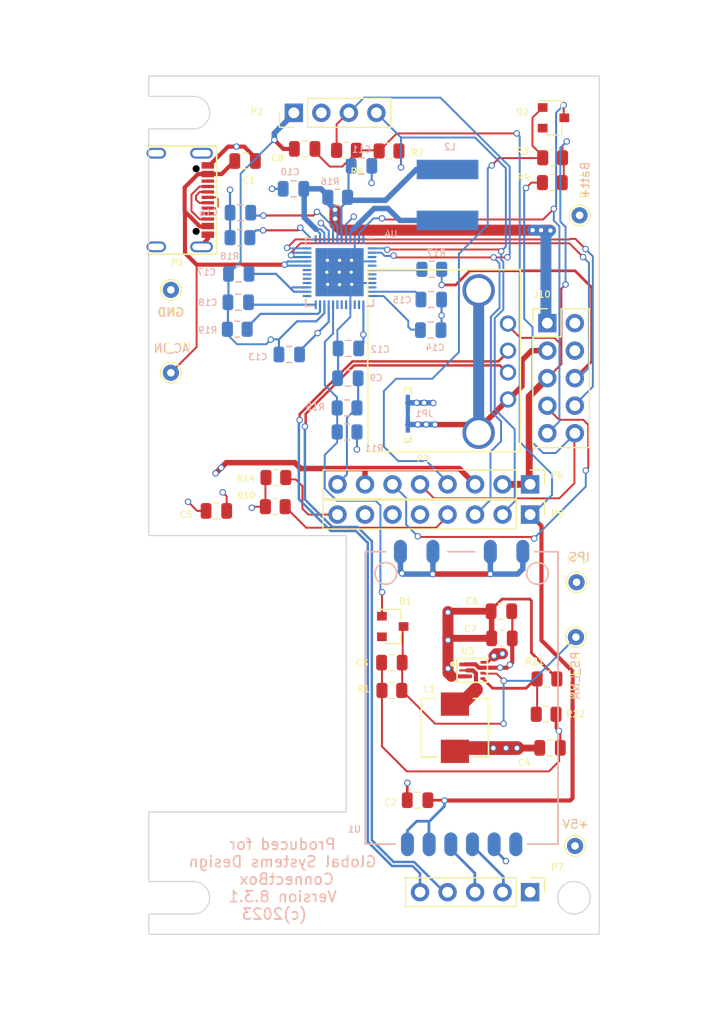
<source format=kicad_pcb>
(kicad_pcb (version 20211014) (generator pcbnew)
  (title_block (title "ConnectBox HAT-A") (date "2023-06-08") (rev "8.3.1") (company "ConnectBox") (comment 1 "JRA"))
  (layers (0 "F.Cu" signal) (1 "In1.Cu" signal) (2 "In2.Cu" signal) (31 "B.Cu" signal) (34 "B.Paste" user) (35 "F.Paste" user) (36 "B.SilkS" user "B.Silkscreen") (37 "F.SilkS" user "F.Silkscreen") (38 "B.Mask" user) (39 "F.Mask" user) (44 "Edge.Cuts" user))
  (net 0 "")
  (net 1 "/Power control/AC_IN")
  (net 2 "GND")
  (net 3 "/3v3")
  (net 4 "/A_GND")
  (net 5 "Net-(C3-Pad1)")
  (net 6 "/U2_SW")
  (net 7 "/5V_OUT")
  (net 8 "Net-(C9-Pad2)")
  (net 9 "/Power control/BATT+")
  (net 10 "Net-(C11-Pad1)")
  (net 11 "/BBD_IPS_OUT")
  (net 12 "Net-(C14-Pad2)")
  (net 13 "Net-(C15-Pad2)")
  (net 14 "Net-(C16-Pad2)")
  (net 15 "Net-(C17-Pad2)")
  (net 16 "Net-(C18-Pad2)")
  (net 17 "/Power control/EXT_EN")
  (net 18 "Net-(D2-Pad2)")
  (net 19 "/5V_FB")
  (net 20 "Net-(L2-Pad2)")
  (net 21 "/BBD_PB1")
  (net 22 "/BBD_PB2")
  (net 23 "/BBD_PA6")
  (net 24 "/BBD_CHG_LED")
  (net 25 "Net-(P1-PadA5)")
  (net 26 "Net-(P1-PadA6)")
  (net 27 "Net-(P1-PadA7)")
  (net 30 "/SCL")
  (net 31 "/SDA")
  (net 32 "/USB2_D-")
  (net 33 "/USB2_D+")
  (net 34 "/PA3")
  (net 35 "/PG11")
  (net 38 "Net-(P7-Pad2)")
  (net 39 "Net-(P7-Pad3)")
  (net 40 "Net-(R17-Pad1)")
  (net 41 "Net-(R18-Pad1)")
  (net 42 "Net-(R19-Pad2)")
  (footprint "Resistor_SMD:R_0805_2012Metric" (layer "F.Cu") (at 222.44 156.7 180)
    (fp_text reference "R1")
    (fp_text value "220K")
  )
  (footprint "TestPoint:TestPoint_THTPad_D1.5mm_Drill0.7mm" (layer "F.Cu") (at 239.43 151.78)
    (fp_text reference "TP3" hide)
    (fp_text value "Ext_En")
  )
  (footprint "Diode_SMD:D_SOT-23_ANK" (layer "F.Cu") (at 222.52 150.8)
    (fp_text reference "D1")
    (fp_text value "MMBD914")
  )
  (footprint "Capacitor_SMD:C_0805_2012Metric" (layer "F.Cu") (at 237.04 162)
    (fp_text reference "C4")
    (fp_text value "10uf")
  )
  (footprint "Capacitor_SMD:C_0805_2012Metric" (layer "F.Cu") (at 208.89 107.84)
    (fp_text reference "C1")
    (fp_text value "22uF")
  )
  (footprint "Resistor_SMD:R_0805_2012Metric" (layer "F.Cu") (at 222.18 106.91 180)
    (fp_text reference "R7")
    (fp_text value "2.2K")
  )
  (footprint "TestPoint:TestPoint_THTPad_D1.5mm_Drill0.7mm" (layer "F.Cu") (at 202.04 127.38)
    (fp_text reference "TP5" hide)
    (fp_text value "AC_IN")
  )
  (footprint "CustomComponents:USB_A" (layer "F.Cu") (at 233.16 122.845 -90)
    (fp_text reference "P3")
    (fp_text value "USB_A_1")
  )
  (footprint "Resistor_SMD:R_0805_2012Metric" (layer "F.Cu") (at 237.25 109.83)
    (fp_text reference "R4")
    (fp_text value "10K")
  )
  (footprint "Connector_PinHeader_2.54mm:PinHeader_1x08_P2.54mm_Vertical" (layer "F.Cu") (at 235.2 137.68 -90)
    (fp_text reference "P6")
    (fp_text value "Conn_01x08")
  )
  (footprint "TestPoint:TestPoint_THTPad_D1.5mm_Drill0.7mm" (layer "F.Cu") (at 239.49 146.72)
    (fp_text reference "TP2" hide)
    (fp_text value "IPS")
  )
  (footprint "Resistor_SMD:R_0805_2012Metric" (layer "F.Cu") (at 211.68 139.74 180)
    (fp_text reference "R10")
    (fp_text value "2.2K")
  )
  (footprint "Capacitor_SMD:C_0805_2012Metric" (layer "F.Cu") (at 232.6 151.89)
    (fp_text reference "C7")
    (fp_text value "22uF")
  )
  (footprint "TestPoint:TestPoint_THTPad_D1.5mm_Drill0.7mm" (layer "F.Cu") (at 239.35 171.05)
    (fp_text reference "TP4" hide)
    (fp_text value "5V")
  )
  (footprint "Connector_PinHeader_2.54mm:PinHeader_1x05_P2.54mm_Vertical" (layer "F.Cu") (at 235.2 175.32 -90)
    (fp_text reference "P7")
    (fp_text value "Conn_01x05")
  )
  (footprint "CustomComponents:TPS61022" (layer "F.Cu") (at 229.86 154.85)
    (fp_text reference "U3")
    (fp_text value "TPS61022")
  )
  (footprint "Resistor_SMD:R_0805_2012Metric" (layer "F.Cu") (at 236.76 155.64 180)
    (fp_text reference "R21")
    (fp_text value "732K")
  )
  (footprint "Connector_PinHeader_2.54mm:PinHeader_1x08_P2.54mm_Vertical" (layer "F.Cu") (at 235.2 140.47 -90)
    (fp_text reference "P5")
    (fp_text value "Conn_01x08")
  )
  (footprint "Capacitor_SMD:C_0805_2012Metric" (layer "F.Cu") (at 206.24 140.13 180)
    (fp_text reference "C5")
    (fp_text value "22uF")
  )
  (footprint "Capacitor_SMD:C_0805_2012Metric" (layer "F.Cu") (at 232.55 149.39)
    (fp_text reference "C6")
    (fp_text value "22uF")
  )
  (footprint "Diode_SMD:D_SOT-23_ANK" (layer "F.Cu") (at 237.36 103.85)
    (fp_text reference "D2")
    (fp_text value "MMBD914")
  )
  (footprint "Connector_PinHeader_2.54mm:PinHeader_2x05_P2.54mm_Vertical" (layer "F.Cu") (at 236.79 122.8)
    (fp_text reference "J10")
    (fp_text value "Conn_01x10_Female")
  )
  (footprint "Connector_PinHeader_2.54mm:PinHeader_1x04_P2.54mm_Vertical" (layer "F.Cu") (at 213.39 103.39 90)
    (fp_text reference "P2")
    (fp_text value "Conn_01x04")
  )
  (footprint "Resistor_SMD:R_0805_2012Metric" (layer "F.Cu") (at 236.68 158.9)
    (fp_text reference "R22")
    (fp_text value "100K")
  )
  (footprint "TestPoint:TestPoint_THTPad_D1.5mm_Drill0.7mm" (layer "F.Cu") (at 202.04 119.73)
    (fp_text reference "TP1" hide)
    (fp_text value "Gnd")
  )
  (footprint "TestPoint:TestPoint_THTPad_D1.5mm_Drill0.7mm" (layer "F.Cu") (at 239.77 112.85)
    (fp_text reference "TP6" hide)
    (fp_text value "Bat+")
  )
  (footprint "Capacitor_SMD:C_0805_2012Metric" (layer "F.Cu") (at 214.39 106.72 180)
    (fp_text reference "C8")
    (fp_text value "1uF")
  )
  (footprint "CustomComponents:INDUCTOR_SMD_5x5" (layer "F.Cu") (at 228.26 160.14 180)
    (fp_text reference "L1")
    (fp_text value "1.0 uH")
  )
  (footprint "Resistor_SMD:R_0805_2012Metric" (layer "F.Cu") (at 211.73 137.05 180)
    (fp_text reference "R14")
    (fp_text value "2.2K")
  )
  (footprint "Resistor_SMD:R_0805_2012Metric" (layer "F.Cu") (at 237.28 107.54)
    (fp_text reference "R3")
    (fp_text value "10K")
  )
  (footprint "CustomComponents:USB-C-GCT" (layer "F.Cu") (at 204.8725 111.44 -90)
    (fp_text reference "P1")
    (fp_text value "USB-C")
  )
  (footprint "Capacitor_SMD:C_0805_2012Metric" (layer "F.Cu") (at 224.81 166.83 180)
    (fp_text reference "C2")
    (fp_text value "22uF")
  )
  (footprint "Capacitor_SMD:C_0805_2012Metric" (layer "F.Cu") (at 222.44 154.13 180)
    (fp_text reference "C3")
    (fp_text value "22uF")
  )
  (footprint "Resistor_SMD:R_0805_2012Metric" (layer "F.Cu") (at 218.25 106.85)
    (fp_text reference "R8")
    (fp_text value "2.2K")
  )
  (footprint "CustomComponents:UQFN-48-1EP_6x6mm_Pitch0.4mm_75" (layer "B.Cu") (at 217.61 118.1 180)
    (fp_text reference "U4")
    (fp_text value "AXP209")
  )
  (footprint "Capacitor_SMD:C_0805_2012Metric" (layer "B.Cu") (at 208.25625 120.87375)
    (fp_text reference "C18")
    (fp_text value "1uF")
  )
  (footprint "CustomComponents:NetConnect-50" (layer "B.Cu") (at 223.91625 130.65375 90)
    (fp_text reference "JP1")
    (fp_text value "Jumper")
  )
  (footprint "Capacitor_SMD:C_0805_2012Metric" (layer "B.Cu") (at 212.96625 125.69375)
    (fp_text reference "C13")
    (fp_text value "10uF")
  )
  (footprint "Resistor_SMD:R_0805_2012Metric" (layer "B.Cu") (at 218.30625 132.84375 180)
    (fp_text reference "R11")
    (fp_text value "51K")
  )
  (footprint "Resistor_SMD:R_0805_2012Metric" (layer "B.Cu") (at 217.43625 111.18375)
    (fp_text reference "R16")
    (fp_text value "0.03 ohm")
  )
  (footprint "Capacitor_SMD:C_0805_2012Metric" (layer "B.Cu") (at 208.45625 112.60375)
    (fp_text reference "C16")
    (fp_text value "4.7uF")
  )
  (footprint "Capacitor_SMD:C_0805_2012Metric" (layer "B.Cu") (at 218.37625 127.88375)
    (fp_text reference "C9")
    (fp_text value "10uF")
  )
  (footprint "Capacitor_SMD:C_0805_2012Metric" (layer "B.Cu") (at 219.63625 108.28375)
    (fp_text reference "C11")
    (fp_text value "10uF")
  )
  (footprint "Resistor_SMD:R_0805_2012Metric" (layer "B.Cu") (at 218.30375 130.62375)
    (fp_text reference "R15")
    (fp_text value "1K")
  )
  (footprint "Capacitor_SMD:C_0805_2012Metric" (layer "B.Cu") (at 226.02625 123.44375 180)
    (fp_text reference "C14")
    (fp_text value "4.7uF")
  )
  (footprint "Capacitor_SMD:C_0805_2012Metric" (layer "B.Cu") (at 226.07625 120.62375 180)
    (fp_text reference "C15")
    (fp_text value "4.7uF")
  )
  (footprint "Resistor_SMD:R_0805_2012Metric" (layer "B.Cu") (at 208.41625 114.91375 180)
    (fp_text reference "R18")
    (fp_text value "100")
  )
  (footprint "Resistor_SMD:R_0805_2012Metric" (layer "B.Cu") (at 226.12625 117.83375)
    (fp_text reference "R17")
    (fp_text value "10K")
  )
  (footprint "CustomComponents:INDUCTOR_SMD_6x6-1" (layer "B.Cu") (at 227.58 110.97 180)
    (fp_text reference "L2")
    (fp_text value "4.7 uH")
  )
  (footprint "Capacitor_SMD:C_0805_2012Metric" (layer "B.Cu") (at 208.30625 118.25375)
    (fp_text reference "C17")
    (fp_text value "1uF")
  )
  (footprint "Capacitor_SMD:C_0805_2012Metric" (layer "B.Cu") (at 218.42625 125.13375 180)
    (fp_text reference "C12")
    (fp_text value "10uF")
  )
  (footprint "Resistor_SMD:R_0805_2012Metric" (layer "B.Cu") (at 208.16625 123.36375)
    (fp_text reference "R19")
    (fp_text value "200K")
  )
  (footprint "Capacitor_SMD:C_0805_2012Metric" (layer "B.Cu") (at 213.35625 110.40375 180)
    (fp_text reference "C10")
    (fp_text value "10uF")
  )
  (footprint "CustomComponents:HC-R8812AU2-th-2" (layer "B.Cu") (at 228.88001 157.39999 180)
    (fp_text reference "U1")
    (fp_text value "HC-R8812AF1")
  )
  (gr_line locked (start 200 179.2) (end 200 177.34) (layer "Edge.Cuts") (width 0.1))
  (gr_arc locked (start 204.12 101.87) (mid 205.619691 103.365067) (end 204.129868 104.869968) (layer "Edge.Cuts") (width 0.1))
  (gr_line locked (start 218.22 142.41) (end 218.22 167.91) (layer "Edge.Cuts") (width 0.1))
  (gr_circle (center 239.25 175.83) (end 240.75 175.83) (layer "Edge.Cuts") (width 0.1) (fill none))
  (gr_line locked (start 200 142.41) (end 218.22 142.41) (layer "Edge.Cuts") (width 0.1))
  (gr_arc locked (start 204.11 174.33) (mid 205.620263 175.824999) (end 204.12 177.330033) (layer "Edge.Cuts") (width 0.1))
  (gr_line locked (start 204.12 174.33) (end 200 174.33) (layer "Edge.Cuts") (width 0.1))
  (gr_line locked (start 204.13 101.87) (end 200 101.87) (layer "Edge.Cuts") (width 0.1))
  (gr_line locked (start 204.129868 104.869968) (end 200 104.87) (layer "Edge.Cuts") (width 0.1))
  (gr_line (start 241.58 100) (end 241.58 179.2) (layer "Edge.Cuts") (width 0.1))
  (gr_line locked (start 241.58 100) (end 200 100) (layer "Edge.Cuts") (width 0.1))
  (gr_line locked (start 204.12 177.330033) (end 200 177.34) (layer "Edge.Cuts") (width 0.1))
  (gr_line locked (start 200 179.2) (end 241.58 179.2) (layer "Edge.Cuts") (width 0.1))
  (gr_line locked (start 218.22 167.91) (end 200 167.91) (layer "Edge.Cuts") (width 0.1))
  (gr_line locked (start 200 104.87) (end 200 142.41) (layer "Edge.Cuts") (width 0.1))
  (gr_line locked (start 200 167.91) (end 200 174.33) (layer "Edge.Cuts") (width 0.1))
  (gr_line locked (start 200 100) (end 200 101.87) (layer "Edge.Cuts") (width 0.1))
  (gr_text "IPS" (at 239.75 144.39) (layer "B.SilkS") (effects (font (size 0.8 0.8) (thickness 0.1)) (justify mirror)))
  (gr_text "Produced for\nGlobal Systems Design\nConnectBox \nVersion 8.3.1\n  (c)2023\n" (at 212.35 174.12) (layer "B.SilkS") (effects (font (size 1 1)) (justify mirror)))
  (gr_text "AC_IN" (at 202.1 125.13) (layer "B.SilkS") (effects (font (size 0.8 0.8) (thickness 0.1)) (justify mirror)))
  (gr_text "Batt+" (at 240.27 109.61 90) (layer "B.SilkS") (effects (font (size 0.8 0.8) (thickness 0.1)) (justify mirror)))
  (gr_text "PS_ENA" (at 239.39 155.3 90) (layer "B.SilkS") (effects (font (size 0.8 0.8) (thickness 0.1)) (justify mirror)))
  (gr_text "GND" (at 202.01 121.81) (layer "B.SilkS") (effects (font (size 0.8 0.8) (thickness 0.1)) (justify mirror)))
  (gr_text "+5V" (at 239.42 169.05) (layer "B.SilkS") (effects (font (size 0.8 0.8) (thickness 0.1)) (justify mirror)))
  (gr_text "Batt+" (at 240.23 109.61 90) (layer "F.SilkS") (effects (font (size 0.8 0.8) (thickness 0.1))))
  (gr_text "GND" (at 202.14 121.81) (layer "F.SilkS") (effects (font (size 0.8 0.8) (thickness 0.1))))
  (gr_text "IPS" (at 239.55 144.59) (layer "F.SilkS") (effects (font (size 0.8 0.8) (thickness 0.1))))
  (gr_text "+5V" (at 239.22 169.05) (layer "F.SilkS") (effects (font (size 0.8 0.8) (thickness 0.1))))
  (gr_text "AC_IN" (at 202.28 125.02) (layer "F.SilkS") (effects (font (size 0.8 0.8) (thickness 0.1))))
  (gr_text "PS_ENA" (at 239.32 155.38 90) (layer "F.SilkS") (effects (font (size 0.8 0.8) (thickness 0.1))))
  (segment (start 204.41375 125.00625) (end 204.41375 117.40375) (width 0.1778) (layer "F.Cu") (net 1))
  (segment (start 205.4475 109.04) (end 206.72 109.04) (width 0.381) (layer "F.Cu") (net 1))
  (segment (start 206.72 109.04) (end 207.94 107.82) (width 0.381) (layer "F.Cu") (net 1))
  (segment (start 204.41375 117.40375) (end 203.34 116.33) (width 0.381) (layer "F.Cu") (net 1))
  (segment (start 203.31 112.47) (end 204.72 113.88) (width 0.381) (layer "F.Cu") (net 1))
  (segment (start 203.34 116.33) (end 203.34 112.5) (width 0.381) (layer "F.Cu") (net 1))
  (segment (start 204.55 109.04) (end 203.31 110.28) (width 0.381) (layer "F.Cu") (net 1))
  (segment (start 202.04 127.38) (end 204.41375 125.00625) (width 0.1778) (layer "F.Cu") (net 1))
  (segment (start 205.4475 109.04) (end 204.55 109.04) (width 0.381) (layer "F.Cu") (net 1))
  (segment (start 204.72 113.88) (end 205.34 113.88) (width 0.381) (layer "F.Cu") (net 1))
  (segment (start 212.52625 117.40375) (end 204.41375 117.40375) (width 0.381) (layer "F.Cu") (net 1))
  (segment (start 203.31 110.28) (end 203.31 112.47) (width 0.381) (layer "F.Cu") (net 1))
  (via (at 212.52625 117.40375) (size 0.6) (drill 0.4) (layers "F.Cu" "B.Cu") (net 1))
  (segment (start 212.6225 117.5) (end 214.61 117.5) (width 0.2) (layer "B.Cu") (net 1))
  (segment (start 212.886058 117.1) (end 212.897119 117.111061) (width 0.2) (layer "B.Cu") (net 1))
  (segment (start 212.83 117.1) (end 212.886058 117.1) (width 0.2) (layer "B.Cu") (net 1))
  (segment (start 214.598939 117.111061) (end 214.61 117.1) (width 0.2) (layer "B.Cu") (net 1))
  (segment (start 212.52625 117.40375) (end 212.83 117.1) (width 0.2) (layer "B.Cu") (net 1))
  (segment (start 212.52625 117.40375) (end 212.6225 117.5) (width 0.2) (layer "B.Cu") (net 1))
  (segment (start 212.897119 117.111061) (end 214.598939 117.111061) (width 0.2) (layer "B.Cu") (net 1))
  (segment (start 237.5925 160.1725) (end 237.825 160.405) (width 0.254) (layer "F.Cu") (net 2))
  (segment (start 205.4475 115.0225) (end 204.83 115.64) (width 0.381) (layer "F.Cu") (net 2))
  (segment (start 228.66 136.22) (end 214.02 136.22) (width 0.508) (layer "F.Cu") (net 2))
  (segment (start 205.59 108.24) (end 207.32 106.51) (width 0.381) (layer "F.Cu") (net 2))
  (segment (start 205.4475 114.64) (end 205.4475 115.0225) (width 0.381) (layer "F.Cu") (net 2))
  (segment (start 237.825 160.405) (end 237.86 160.44) (width 0.254) (layer "F.Cu") (net 2))
  (segment (start 221.5275 161.8775) (end 223.82 164.17) (width 0.1778) (layer "F.Cu") (net 2))
  (segment (start 233.33 154.34) (end 233.55 154.12) (width 0.381) (layer "F.Cu") (net 2))
  (segment (start 208.81 106.51) (end 209.98 107.68) (width 0.381) (layer "F.Cu") (net 2))
  (segment (start 208.1 106.51) (end 208.81 106.51) (width 0.381) (layer "F.Cu") (net 2))
  (segment (start 230.16019 154.291678) (end 230.475683 154.607171) (width 0.381) (layer "F.Cu") (net 2))
  (segment (start 207.15 135.68) (end 206.685 136.145) (width 0.508) (layer "F.Cu") (net 2))
  (segment (start 214.02 136.22) (end 213.48 135.68) (width 0.508) (layer "F.Cu") (net 2))
  (segment (start 236.94 164.17) (end 237.88 163.23) (width 0.1778) (layer "F.Cu") (net 2))
  (segment (start 230.475683 154.607171) (end 230.809998 154.607171) (width 0.381) (layer "F.Cu") (net 2))
  (segment (start 213.48 135.68) (end 207.15 135.68) (width 0.508) (layer "F.Cu") (net 2))
  (segment (start 230.835 154.6) (end 232.44 154.6) (width 0.381) (layer "F.Cu") (net 2))
  (segment (start 237.99 160.57) (end 237.99 162) (width 0.2) (layer "F.Cu") (net 2))
  (segment (start 233.55 154.12) (end 233.55 151.89) (width 0.381) (layer "F.Cu") (net 2))
  (segment (start 206.685 136.145) (end 206.17 136.66) (width 0.508) (layer "F.Cu") (net 2))
  (segment (start 221.5275 156.7) (end 221.5275 154.0925) (width 0.1778) (layer "F.Cu") (net 2))
  (segment (start 221.5275 156.7) (end 221.5275 161.8775) (width 0.1778) (layer "F.Cu") (net 2))
  (segment (start 237.86 160.44) (end 237.98 160.56) (width 0.254) (layer "F.Cu") (net 2))
  (segment (start 233.33 154.34) (end 233.07 154.6) (width 0.381) (layer "F.Cu") (net 2))
  (segment (start 230.12 137.68) (end 228.66 136.22) (width 0.508) (layer "F.Cu") (net 2))
  (segment (start 237.5925 158.9) (end 237.5925 160.1725) (width 0.254) (layer "F.Cu") (net 2))
  (segment (start 233.56 149.45) (end 233.56 152.15) (width 0.2) (layer "F.Cu") (net 2))
  (segment (start 237.98 160.56) (end 237.99 160.57) (width 0.2) (layer "F.Cu") (net 2))
  (segment (start 233.07 154.6) (end 232.44 154.6) (width 0.381) (layer "F.Cu") (net 2))
  (segment (start 223.82 164.17) (end 236.94 164.17) (width 0.1778) (layer "F.Cu") (net 2))
  (segment (start 207.32 106.51) (end 208.1 106.51) (width 0.381) (layer "F.Cu") (net 2))
  (segment (start 219.96 136.27) (end 219.96 137.74) (width 0.508) (layer "F.Cu") (net 2))
  (segment (start 229.24332 154.29168) (end 230.160183 154.29168) (width 0.381) (layer "F.Cu") (net 2))
  (segment (start 237.88 163.23) (end 237.88 162.06) (width 0.1778) (layer "F.Cu") (net 2))
  (segment (start 229.235 154.3) (end 229.24332 154.29168) (width 0.381) (layer "F.Cu") (net 2))
  (via (at 206.17 136.66) (size 0.6) (drill 0.4) (layers "F.Cu" "B.Cu") (net 2))
  (via (at 227.02625 122.09375) (size 0.6) (drill 0.4) (layers "F.Cu" "B.Cu") (net 2))
  (via (at 220.56625 109.86375) (size 0.6) (drill 0.4) (layers "F.Cu" "B.Cu") (net 2))
  (via (at 211.37625 110.40375) (size 0.6) (drill 0.4) (layers "F.Cu" "B.Cu") (net 2))
  (via (at 232.44 154.6) (size 0.6) (drill 0.4) (layers "F.Cu" "B.Cu") (net 2))
  (via (at 207.50625 110.49375) (size 0.6) (drill 0.4) (layers "F.Cu" "B.Cu") (net 2))
  (via (at 226.26 130.17) (size 0.6) (drill 0.4) (layers "F.Cu" "B.Cu") (net 2))
  (via (at 208.1 106.51) (size 0.6) (drill 0.4) (layers "F.Cu" "B.Cu") (net 2))
  (via (at 233.33 154.34) (size 0.6) (drill 0.4) (layers "F.Cu" "B.Cu") (net 2))
  (via (at 237.86 160.44) (size 0.6) (drill 0.4) (layers "F.Cu" "B.Cu") (net 2))
  (via (at 225.41625 130.15375) (size 0.6) (drill 0.4) (layers "F.Cu" "B.Cu") (net 2))
  (via (at 206.685 136.145) (size 0.6) (drill 0.4) (layers "F.Cu" "B.Cu") (net 2))
  (via (at 224.72625 130.15375) (size 0.6) (drill 0.4) (layers "F.Cu" "B.Cu") (net 2))
  (segment (start 220.57625 109.85375) (end 220.57625 108.35375) (width 0.2) (layer "B.Cu") (net 2))
  (segment (start 217.47625 125.13375) (end 217.47625 127.68375) (width 0.2) (layer "B.Cu") (net 2))
  (segment (start 218.61 122.23) (end 217.41 123.43) (width 0.1778) (layer "B.Cu") (net 2))
  (segment (start 207.50375 114.91375) (end 207.50375 112.69625) (width 0.2) (layer "B.Cu") (net 2))
  (segment (start 223.91625 130.15375) (end 224.72625 130.15375) (width 0.508) (layer "B.Cu") (net 2))
  (segment (start 220.56625 109.86375) (end 220.57625 109.85375) (width 0.2) (layer "B.Cu") (net 2))
  (segment (start 226.24375 130.15375) (end 226.26 130.17) (width 0.508) (layer "B.Cu") (net 2))
  (segment (start 227.02625 122.09375) (end 227.02625 123.18375) (width 0.2) (layer "B.Cu") (net 2))
  (segment (start 219.61 119.1) (end 219.56 119.15) (width 0.1778) (layer "B.Cu") (net 2))
  (segment (start 218.61 121.1) (end 218.61 122.23) (width 0.1778) (layer "B.Cu") (net 2))
  (segment (start 225.41625 130.15375) (end 226.24375 130.15375) (width 0.508) (layer "B.Cu") (net 2))
  (segment (start 220.61 117.1) (end 219.66 117.1) (width 0.1778) (layer "B.Cu") (net 2))
  (segment (start 217.41 123.43) (end 217.41 125.3) (width 0.1778) (layer "B.Cu") (net 2))
  (segment (start 227.02625 120.62375) (end 227.02625 122.09375) (width 0.2) (layer "B.Cu") (net 2))
  (segment (start 219.01 115.1) (end 219.01 116.04) (width 0.1778) (layer "B.Cu") (net 2))
  (segment (start 212.40625 110.40375) (end 211.37625 110.40375) (width 0.2) (layer "B.Cu") (net 2))
  (segment (start 218.61 121.1) (end 218.61 120.08) (width 0.1778) (layer "B.Cu") (net 2))
  (segment (start 220.61 119.1) (end 219.61 119.1) (width 0.1778) (layer "B.Cu") (net 2))
  (segment (start 224.72625 130.15375) (end 225.41625 130.15375) (width 0.508) (layer "B.Cu") (net 2))
  (segment (start 207.50375 112.69625) (end 207.50375 110.49625) (width 0.2) (layer "B.Cu") (net 2))
  (segment (start 207.50375 110.49625) (end 207.50625 110.49375) (width 0.2) (layer "B.Cu") (net 2))
  (segment (start 239.12 166.64) (end 238.9 166.86) (width 0.381) (layer "F.Cu") (net 3))
  (segment (start 236.247811 141.517811) (end 236.247811 152.067811) (width 0.381) (layer "F.Cu") (net 3))
  (segment (start 235.2 140.47) (end 236.247811 141.517811) (width 0.381) (layer "F.Cu") (net 3))
  (segment (start 221.2675 106.91) (end 222.8875 105.29) (width 0.1778) (layer "F.Cu") (net 3))
  (segment (start 219.1625 106.85) (end 221.24 106.85) (width 0.1778) (layer "F.Cu") (net 3))
  (segment (start 217.86 108.35) (end 216.7 108.35) (width 0.1778) (layer "F.Cu") (net 3))
  (segment (start 227.27 166.83) (end 227.3 166.86) (width 0.254) (layer "F.Cu") (net 3))
  (segment (start 225.76 166.83) (end 227.27 166.83) (width 0.254) (layer "F.Cu") (net 3))
  (segment (start 216.7 108.35) (end 215.41 107.06) (width 0.1778) (layer "F.Cu") (net 3))
  (segment (start 219.1625 107.0475) (end 217.86 108.35) (width 0.1778) (layer "F.Cu") (net 3))
  (segment (start 222.8875 105.29) (end 233.96 105.29) (width 0.1778) (layer "F.Cu") (net 3))
  (segment (start 236.247811 152.067811) (end 239.12 154.94) (width 0.381) (layer "F.Cu") (net 3))
  (segment (start 239.12 154.94) (end 239.12 166.64) (width 0.381) (layer "F.Cu") (net 3))
  (segment (start 238.9 166.86) (end 227.3 166.86) (width 0.381) (layer "F.Cu") (net 3))
  (via (at 227.3 166.86) (size 0.6) (drill 0.4) (layers "F.Cu" "B.Cu") (net 3))
  (via (at 233.96 105.29) (size 0.6) (drill 0.4) (layers "F.Cu" "B.Cu") (net 3))
  (segment (start 227.3 166.86) (end 227.3 167.38) (width 0.254) (layer "B.Cu") (net 3))
  (segment (start 225.91 168.77) (end 225.86 168.82) (width 0.254) (layer "B.Cu") (net 3))
  (segment (start 224.73 168.77) (end 225.91 168.77) (width 0.254) (layer "B.Cu") (net 3))
  (segment (start 233.96 105.29) (end 234.24 105.57) (width 0.1778) (layer "B.Cu") (net 3))
  (segment (start 234.24 105.57) (end 234.24 133.76) (width 0.1778) (layer "B.Cu") (net 3))
  (segment (start 237.22 138.66) (end 235.39 140.49) (width 0.1778) (layer "B.Cu") (net 3))
  (segment (start 225.86 168.82) (end 225.86 170.74) (width 0.254) (layer "B.Cu") (net 3))
  (segment (start 237.22 136.74) (end 237.22 138.66) (width 0.1778) (layer "B.Cu") (net 3))
  (segment (start 223.88 169.62) (end 224.73 168.77) (width 0.254) (layer "B.Cu") (net 3))
  (segment (start 227.3 167.38) (end 225.91 168.77) (width 0.254) (layer "B.Cu") (net 3))
  (segment (start 234.24 133.76) (end 237.22 136.74) (width 0.1778) (layer "B.Cu") (net 3))
  (segment (start 223.88 170.9) (end 223.88 169.62) (width 0.254) (layer "B.Cu") (net 3))
  (segment (start 234.45 128.62) (end 233.17 129.9) (width 0.508) (layer "F.Cu") (net 4))
  (segment (start 204.47 140.13) (end 203.63 139.29) (width 0.1778) (layer "F.Cu") (net 4))
  (segment (start 234.45 126.23) (end 234.45 128.62) (width 0.508) (layer "F.Cu") (net 4))
  (segment (start 231.529992 145.960008) (end 226.210012 145.960008) (width 0.508) (layer "F.Cu") (net 4))
  (segment (start 236.79 125.34) (end 235.34 125.34) (width 0.508) (layer "F.Cu") (net 4))
  (segment (start 223.86 166.83) (end 223.86 165.24) (width 0.254) (layer "F.Cu") (net 4))
  (segment (start 235.34 125.34) (end 234.45 126.23) (width 0.508) (layer "F.Cu") (net 4))
  (segment (start 212.42 106.72) (end 211.59 105.89) (width 0.381) (layer "F.Cu") (net 4))
  (segment (start 226.41626 132.163744) (end 229.743762 132.163744) (width 0.508) (layer "F.Cu") (net 4))
  (segment (start 205.29 140.13) (end 204.47 140.13) (width 0.1778) (layer "F.Cu") (net 4))
  (segment (start 233.160011 129.845003) (end 230.510004 132.495011) (width 0.508) (layer "F.Cu") (net 4))
  (segment (start 210.7675 139.74) (end 209.62 139.74) (width 0.1778) (layer "F.Cu") (net 4))
  (segment (start 223.86 165.24) (end 223.87 165.23) (width 0.254) (layer "F.Cu") (net 4))
  (segment (start 209.62 139.74) (end 209.51 139.85) (width 0.1778) (layer "F.Cu") (net 4))
  (segment (start 213.44 106.72) (end 212.42 106.72) (width 0.381) (layer "F.Cu") (net 4))
  (segment (start 210.7675 139.74) (end 210.7675 137.0925) (width 0.1778) (layer "F.Cu") (net 4))
  (via (at 203.63 139.29) (size 0.6) (drill 0.4) (layers "F.Cu" "B.Cu") (net 4))
  (via (at 223.87 165.23) (size 0.6) (drill 0.4) (layers "F.Cu" "B.Cu") (net 4))
  (via (at 211.26625 124.31375) (size 0.6) (drill 0.4) (layers "F.Cu" "B.Cu") (net 4))
  (via (at 224.83625 132.15375) (size 0.6) (drill 0.4) (layers "F.Cu" "B.Cu") (net 4))
  (via (at 223.37 145.89) (size 0.6) (drill 0.4) (layers "F.Cu" "B.Cu") (net 4))
  (via (at 231.53 145.96) (size 0.6) (drill 0.4) (layers "F.Cu" "B.Cu") (net 4))
  (via (at 226.41625 132.16375) (size 0.6) (drill 0.4) (layers "F.Cu" "B.Cu") (net 4))
  (via (at 225.60625 132.15375) (size 0.6) (drill 0.4) (layers "F.Cu" "B.Cu") (net 4))
  (via (at 211.59 105.89) (size 0.6) (drill 0.4) (layers "F.Cu" "B.Cu") (net 4))
  (via (at 232.97 172.45) (size 0.6) (drill 0.4) (layers "F.Cu" "B.Cu") (net 4))
  (via (at 209.51 139.85) (size 0.6) (drill 0.4) (layers "F.Cu" "B.Cu") (net 4))
  (via (at 226.21 145.96) (size 0.6) (drill 0.4) (layers "F.Cu" "B.Cu") (net 4))
  (segment (start 231.88 171.36) (end 232.97 172.45) (width 0.254) (layer "B.Cu") (net 4))
  (segment (start 215.43625 122.63375) (end 215.464484 122.63375) (width 0.2) (layer "B.Cu") (net 4))
  (segment (start 223.23 145.75) (end 223.23 143.9) (width 0.508) (layer "B.Cu") (net 4))
  (segment (start 226.23 143.9) (end 226.23 145.94) (width 0.508) (layer "B.Cu") (net 4))
  (segment (start 207.30625 120.87375) (end 207.30625 123.31375) (width 0.2) (layer "B.Cu") (net 4))
  (segment (start 208.48 117.13) (end 208.48 109) (width 0.1778) (layer "B.Cu") (net 4))
  (segment (start 223.37 145.89) (end 223.23 145.75) (width 0.508) (layer "B.Cu") (net 4))
  (segment (start 215.464484 122.63375) (end 216.21 121.888234) (width 0.2) (layer "B.Cu") (net 4))
  (segment (start 224.83625 132.15375) (end 225.60625 132.15375) (width 0.508) (layer "B.Cu") (net 4))
  (segment (start 211.59 105.89) (end 211.59 105.27) (width 0.508) (layer "B.Cu") (net 4))
  (segment (start 234.53 143.9) (end 234.53 145.48) (width 0.508) (layer "B.Cu") (net 4))
  (segment (start 207.35625 118.25375) (end 208.48 117.13) (width 0.1778) (layer "B.Cu") (net 4))
  (segment (start 210.83 124.75) (end 211.26625 124.31375) (width 0.1778) (layer "B.Cu") (net 4))
  (segment (start 234.53 145.48) (end 234.05 145.96) (width 0.508) (layer "B.Cu") (net 4))
  (segment (start 234.05 145.96) (end 231.53 145.96) (width 0.508) (layer "B.Cu") (net 4))
  (segment (start 212.01625 124.29375) (end 211.28625 124.29375) (width 0.2) (layer "B.Cu") (net 4))
  (segment (start 231.53 145.71) (end 231.57 145.75) (width 0.508) (layer "B.Cu") (net 4))
  (segment (start 225.60625 132.15375) (end 226.40625 132.15375) (width 0.508) (layer "B.Cu") (net 4))
  (segment (start 213.67625 122.63375) (end 215.43625 122.63375) (width 0.2) (layer "B.Cu") (net 4))
  (segment (start 207.25375 123.85375) (end 208.15 124.75) (width 0.1778) (layer "B.Cu") (net 4))
  (segment (start 208.15 124.75) (end 210.83 124.75) (width 0.1778) (layer "B.Cu") (net 4))
  (segment (start 211.28625 124.29375) (end 211.26625 124.31375) (width 0.2) (layer "B.Cu") (net 4))
  (segment (start 216.21 121.888234) (end 216.21 121.1) (width 0.2) (layer "B.Cu") (net 4))
  (segment (start 223.44 145.96) (end 223.37 145.89) (width 0.508) (layer "B.Cu") (net 4))
  (segment (start 212.01625 124.29375) (end 213.67625 122.63375) (width 0.2) (layer "B.Cu") (net 4))
  (segment (start 223.91625 132.15375) (end 224.83625 132.15375) (width 0.508) (layer "B.Cu") (net 4))
  (segment (start 231.53 143.9) (end 231.53 145.71) (width 0.508) (layer "B.Cu") (net 4))
  (segment (start 226.21 145.96) (end 223.44 145.96) (width 0.508) (layer "B.Cu") (net 4))
  (segment (start 211.59 105.27) (end 213.38 103.48) (width 0.508) (layer "B.Cu") (net 4))
  (segment (start 230.45 119.775) (end 230.45 132.88) (width 1.016) (layer "B.Cu") (net 4))
  (segment (start 212.01625 125.69375) (end 212.01625 124.29375) (width 0.2) (layer "B.Cu") (net 4))
  (segment (start 208.48 109) (end 211.59 105.89) (width 0.1778) (layer "B.Cu") (net 4))
  (segment (start 226.40625 132.15375) (end 226.41625 132.16375) (width 0.508) (layer "B.Cu") (net 4))
  (segment (start 207.35625 118.25375) (end 207.35625 120.89375) (width 0.2) (layer "B.Cu") (net 4))
  (segment (start 226.23 145.94) (end 226.21 145.96) (width 0.508) (layer "B.Cu") (net 4))
  (segment (start 226.4225 159.77) (end 232.75 159.77) (width 0.1778) (layer "F.Cu") (net 5))
  (segment (start 232.11 155.15) (end 230.81 155.15) (width 0.1778) (layer "F.Cu") (net 5))
  (segment (start 232.77 155.81) (end 232.11 155.15) (width 0.1778) (layer "F.Cu") (net 5))
  (segment (start 223.39 154.13) (end 223.39 156.77) (width 0.1778) (layer "F.Cu") (net 5))
  (segment (start 223.44 150.77) (end 223.44 154.15) (width 0.1778) (layer "F.Cu") (net 5))
  (segment (start 223.3525 156.7) (end 226.4225 159.77) (width 0.1778) (layer "F.Cu") (net 5))
  (via (at 232.75 159.77) (size 0.6) (drill 0.4) (layers "F.Cu" "B.Cu") (net 5))
  (via (at 232.77 155.81) (size 0.6) (drill 0.4) (layers "F.Cu" "B.Cu") (net 5))
  (segment (start 232.77 155.81) (end 235.42 155.81) (width 0.1778) (layer "B.Cu") (net 5))
  (segment (start 232.75 159.77) (end 232.75 155.83) (width 0.1778) (layer "B.Cu") (net 5))
  (segment (start 235.42 155.81) (end 239.35 151.88) (width 0.1778) (layer "B.Cu") (net 5))
  (segment (start 232.75 155.83) (end 232.77 155.81) (width 0.1778) (layer "B.Cu") (net 5))
  (segment (start 230.20282 155.123901) (end 230.20282 156.61718) (width 0.381) (layer "F.Cu") (net 6))
  (segment (start 230.202811 156.617175) (end 228.610002 158.210009) (width 1.27) (layer "F.Cu") (net 6))
  (segment (start 229.385 154.85) (end 229.928919 154.85) (width 0.381) (layer "F.Cu") (net 6))
  (segment (start 229.928919 154.85) (end 230.20282 155.123901) (width 0.381) (layer "F.Cu") (net 6))
  (segment (start 238.09 124.8) (end 238.09 119.612411) (width 0.1778) (layer "F.Cu") (net 7))
  (segment (start 231.52 149.36) (end 232.61 148.27) (width 0.254) (layer "F.Cu") (net 7))
  (segment (start 236.79 127.88) (end 238.09 126.58) (width 0.1778) (layer "F.Cu") (net 7))
  (segment (start 238.09 119.612411) (end 238.472411 119.23) (width 0.1778) (layer "F.Cu") (net 7))
  (segment (start 235.2 137.68) (end 232.72 137.68) (width 0.635) (layer "F.Cu") (net 7))
  (segment (start 235.32 153.23) (end 237.65 155.56) (width 0.254) (layer "F.Cu") (net 7))
  (segment (start 231.6 149.39) (end 227.65 149.39) (width 0.635) (layer "F.Cu") (net 7))
  (segment (start 231.65 151.89) (end 227.79 151.89) (width 0.635) (layer "F.Cu") (net 7))
  (segment (start 206.83 138.42) (end 207.19 138.78) (width 0.1778) (layer "F.Cu") (net 7))
  (segment (start 227.62 149.49) (end 227.62 149.42) (width 1.016) (layer "F.Cu") (net 7))
  (segment (start 227.94 155.4) (end 227.62 155.08) (width 1.016) (layer "F.Cu") (net 7))
  (segment (start 207.19 138.78) (end 207.19 140.13) (width 0.1778) (layer "F.Cu") (net 7))
  (segment (start 238.3025 109.69) (end 238.3025 107.4425) (width 0.1778) (layer "F.Cu") (net 7))
  (segment (start 227.62 151.78) (end 227.62 150.42) (width 1.016) (layer "F.Cu") (net 7))
  (segment (start 237.45 124.16) (end 234.3 124.16) (width 0.1778) (layer "F.Cu") (net 7))
  (segment (start 231.65 151.89) (end 231.65 149.43) (width 0.508) (layer "F.Cu") (net 7))
  (segment (start 227.62 154.68) (end 227.62 151.78) (width 1.016) (layer "F.Cu") (net 7))
  (segment (start 227.79 151.89) (end 227.62 152.06) (width 0.635) (layer "F.Cu") (net 7))
  (segment (start 229.26 155.4) (end 227.94 155.4) (width 0.381) (layer "F.Cu") (net 7))
  (segment (start 235.17 148.28) (end 235.32 148.43) (width 0.254) (layer "F.Cu") (net 7))
  (segment (start 238.09 124.8) (end 237.45 124.16) (width 0.1778) (layer "F.Cu") (net 7))
  (segment (start 227.62 150.42) (end 227.62 149.49) (width 1.016) (layer "F.Cu") (net 7))
  (segment (start 235.32 148.43) (end 235.32 153.23) (width 0.254) (layer "F.Cu") (net 7))
  (segment (start 227.62 152.06) (end 227.62 151.78) (width 1.016) (layer "F.Cu") (net 7))
  (segment (start 227.62 155.08) (end 227.62 154.68) (width 1.016) (layer "F.Cu") (net 7))
  (segment (start 234.3 124.16) (end 233.09 122.95) (width 0.1778) (layer "F.Cu") (net 7))
  (segment (start 238.1925 107.54) (end 238.1925 106.4175) (width 0.1778) (layer "F.Cu") (net 7))
  (segment (start 238.09 126.58) (end 238.09 124.8) (width 0.1778) (layer "F.Cu") (net 7))
  (segment (start 236.79 127.88) (end 235.12 129.55) (width 0.635) (layer "F.Cu") (net 7))
  (segment (start 232.61 148.27) (end 235.16 148.27) (width 0.254) (layer "F.Cu") (net 7))
  (segment (start 235.12 129.55) (end 235.12 137.83) (width 0.635) (layer "F.Cu") (net 7))
  (segment (start 227.65 149.39) (end 227.62 149.42) (width 0.635) (layer "F.Cu") (net 7))
  (segment (start 235.16 148.27) (end 235.17 148.28) (width 0.254) (layer "F.Cu") (net 7))
  (segment (start 238.1925 106.4175) (end 238.58 106.03) (width 0.1778) (layer "F.Cu") (net 7))
  (via (at 206.83 138.42) (size 0.6) (drill 0.4) (layers "F.Cu" "B.Cu") (net 7))
  (via (at 227.62 149.49) (size 0.6) (drill 0.4) (layers "F.Cu" "B.Cu") (net 7))
  (via (at 238.472411 119.23) (size 0.6) (drill 0.4) (layers "F.Cu" "B.Cu") (net 7))
  (via (at 227.62 154.68) (size 0.6) (drill 0.4) (layers "F.Cu" "B.Cu") (net 7))
  (via (at 238.58 106.03) (size 0.6) (drill 0.4) (layers "F.Cu" "B.Cu") (net 7))
  (via (at 219.21 134.46) (size 0.6) (drill 0.4) (layers "F.Cu" "B.Cu") (net 7))
  (via (at 227.62 152.06) (size 0.6) (drill 0.4) (layers "F.Cu" "B.Cu") (net 7))
  (segment (start 238.472411 119.23) (end 238.472411 113.920195) (width 0.1778) (layer "B.Cu") (net 7))
  (segment (start 237.99 106.62) (end 238.58 106.03) (width 0.1778) (layer "B.Cu") (net 7))
  (segment (start 238.472411 113.920195) (end 237.99 113.437784) (width 0.1778) (layer "B.Cu") (net 7))
  (segment (start 219.21875 134.45125) (end 219.21 134.46) (width 0.1778) (layer "B.Cu") (net 7))
  (segment (start 219.21875 132.84375) (end 219.21875 134.45125) (width 0.1778) (layer "B.Cu") (net 7))
  (segment (start 237.99 113.437784) (end 237.99 106.62) (width 0.1778) (layer "B.Cu") (net 7))
  (segment (start 218.29 131.55) (end 218.29 136.77) (width 0.1778) (layer "B.Cu") (net 8))
  (segment (start 219.21625 130.62375) (end 218.29 131.55) (width 0.1778) (layer "B.Cu") (net 8))
  (segment (start 218.29 136.77) (end 217.36 137.7) (width 0.1778) (layer "B.Cu") (net 8))
  (segment (start 219.32625 127.88375) (end 219.32625 130.79375) (width 0.2) (layer "B.Cu") (net 8))
  (segment (start 237.05 114.22) (end 237.08 114.25) (width 1.016) (layer "F.Cu") (net 9))
  (segment (start 217.19 113.6575) (end 217.7525 114.22) (width 1.016) (layer "F.Cu") (net 9))
  (segment (start 217.19 112.33) (end 217.19 113.6575) (width 1.016) (layer "F.Cu") (net 9))
  (segment (start 235.43 114.22) (end 237.05 114.22) (width 1.016) (layer "F.Cu") (net 9))
  (segment (start 217.7525 114.22) (end 235.43 114.22) (width 1.016) (layer "F.Cu") (net 9))
  (via (at 217.19 112.33) (size 0.6) (drill 0.4) (layers "F.Cu" "B.Cu") (net 9))
  (via (at 237.08 114.25) (size 0.6) (drill 0.4) (layers "F.Cu" "B.Cu") (net 9))
  (via (at 236.21 114.22) (size 0.6) (drill 0.4) (layers "F.Cu" "B.Cu") (net 9))
  (via (at 217.2027 113.16) (size 0.6) (drill 0.4) (layers "F.Cu" "B.Cu") (net 9))
  (via (at 235.43 114.22) (size 0.6) (drill 0.4) (layers "F.Cu" "B.Cu") (net 9))
  (segment (start 217.19 113.1473) (end 217.2027 113.16) (width 0.508) (layer "B.Cu") (net 9))
  (segment (start 214.48625 110.40375) (end 215.89625 110.40375) (width 0.508) (layer "B.Cu") (net 9))
  (segment (start 236.24 114.25) (end 237.08 114.25) (width 1.016) (layer "B.Cu") (net 9))
  (segment (start 215.41625 114.12375) (end 215.41625 114.13375) (width 0.508) (layer "B.Cu") (net 9))
  (segment (start 217.2027 113.573024) (end 217.41 113.780324) (width 0.1778) (layer "B.Cu") (net 9))
  (segment (start 236.66 114.67) (end 236.66 122.77) (width 1.016) (layer "B.Cu") (net 9))
  (segment (start 215.81 115.1) (end 215.81 114.5275) (width 0.1778) (layer "B.Cu") (net 9))
  (segment (start 217.41 113.780324) (end 217.41 115.1) (width 0.1778) (layer "B.Cu") (net 9))
  (segment (start 217.19 112.33) (end 216.52375 111.66375) (width 0.508) (layer "B.Cu") (net 9))
  (segment (start 216.21 115.1) (end 216.21 114.4875) (width 0.1778) (layer "B.Cu") (net 9))
  (segment (start 214.34625 113.05375) (end 215.41625 114.12375) (width 0.508) (layer "B.Cu") (net 9))
  (segment (start 216.56625 111.07375) (end 215.89625 110.40375) (width 0.508) (layer "B.Cu") (net 9))
  (segment (start 215.61625 114.333749) (end 215.416251 114.133749) (width 0.1778) (layer "B.Cu") (net 9))
  (segment (start 217.2027 113.16) (end 217.2027 113.573024) (width 0.1778) (layer "B.Cu") (net 9))
  (segment (start 236.21 114.22) (end 236.24 114.25) (width 1.016) (layer "B.Cu") (net 9))
  (segment (start 237.08 114.25) (end 236.66 114.67) (width 1.016) (layer "B.Cu") (net 9))
  (segment (start 215.81 114.5275) (end 215.61625 114.33375) (width 0.1778) (layer "B.Cu") (net 9))
  (segment (start 215.85625 114.13375) (end 215.41625 114.13375) (width 0.1778) (layer "B.Cu") (net 9))
  (segment (start 214.34625 110.61375) (end 214.34625 113.05375) (width 0.508) (layer "B.Cu") (net 9))
  (segment (start 236.21 114.22) (end 235.43 114.22) (width 1.016) (layer "B.Cu") (net 9))
  (segment (start 217.19 112.33) (end 217.19 113.1473) (width 0.508) (layer "B.Cu") (net 9))
  (segment (start 216.52375 111.66375) (end 216.52375 111.18375) (width 0.508) (layer "B.Cu") (net 9))
  (segment (start 216.21 114.4875) (end 215.85625 114.13375) (width 0.1778) (layer "B.Cu") (net 9))
  (segment (start 218.43625 108.35375) (end 218.43625 111.34375) (width 0.2) (layer "B.Cu") (net 10))
  (segment (start 218.34875 111.51125) (end 217.78 112.08) (width 0.2) (layer "B.Cu") (net 10))
  (segment (start 224.69 108.62) (end 221.85 111.46) (width 0.508) (layer "B.Cu") (net 10))
  (segment (start 227.58 108.62) (end 224.69 108.62) (width 0.508) (layer "B.Cu") (net 10))
  (segment (start 217.78732 114.430009) (end 217.78732 115.02375) (width 0.2) (layer "B.Cu") (net 10))
  (segment (start 217.78 114.422689) (end 217.78732 114.430009) (width 0.2) (layer "B.Cu") (net 10))
  (segment (start 221.85 111.46) (end 218.26 111.46) (width 0.508) (layer "B.Cu") (net 10))
  (segment (start 217.78 112.08) (end 217.78 114.422689) (width 0.2) (layer "B.Cu") (net 10))
  (segment (start 234.02 162.02) (end 235.990014 162.02) (width 0.635) (layer "F.Cu") (net 11))
  (segment (start 229.02 162.02) (end 228.4 162.64) (width 1.27) (layer "F.Cu") (net 11))
  (segment (start 239.350819 117.970819) (end 229.629181 117.970819) (width 0.254) (layer "F.Cu") (net 11))
  (segment (start 214.01 115.43) (end 238.820679 115.43) (width 0.1778) (layer "F.Cu") (net 11))
  (segment (start 232.65 153.31) (end 232.07 153.31) (width 1.016) (layer "F.Cu") (net 11))
  (segment (start 240.89 126.32) (end 240.89 119.51) (width 0.254) (layer "F.Cu") (net 11))
  (segment (start 230.835 154.1) (end 231.28 154.1) (width 0.254) (layer "F.Cu") (net 11))
  (segment (start 233.99 162.02) (end 233.31 162.02) (width 1.27) (layer "F.Cu") (net 11))
  (segment (start 229.629181 117.970819) (end 228.32625 119.27375) (width 0.254) (layer "F.Cu") (net 11))
  (segment (start 213.13625 116.53375) (end 213.13625 116.30375) (width 0.1778) (layer "F.Cu") (net 11))
  (segment (start 232.07 153.31) (end 231.86 153.52) (width 1.016) (layer "F.Cu") (net 11))
  (segment (start 231.28 154.1) (end 231.86 153.52) (width 0.254) (layer "F.Cu") (net 11))
  (segment (start 231.81 162.02) (end 229.02 162.02) (width 1.27) (layer "F.Cu") (net 11))
  (segment (start 239.33 127.88) (end 240.89 126.32) (width 0.254) (layer "F.Cu") (net 11))
  (segment (start 228.32625 119.27375) (end 227.03625 119.27375) (width 0.254) (layer "F.Cu") (net 11))
  (segment (start 213.13625 116.30375) (end 214.01 115.43) (width 0.1778) (layer "F.Cu") (net 11))
  (segment (start 238.820679 115.43) (end 240.094577 116.703898) (width 0.1778) (layer "F.Cu") (net 11))
  (segment (start 234.02 162.02) (end 233.99 162.02) (width 1.27) (layer "F.Cu") (net 11))
  (segment (start 233.31 162.02) (end 232.98 162.02) (width 1.27) (layer "F.Cu") (net 11))
  (segment (start 232.98 162.02) (end 231.81 162.02) (width 1.27) (layer "F.Cu") (net 11))
  (segment (start 240.89 119.51) (end 239.350819 117.970819) (width 0.254) (layer "F.Cu") (net 11))
  (via (at 218.92 112.97) (size 0.6) (drill 0.4) (layers "F.Cu" "B.Cu") (net 11))
  (via (at 215.585 123.715) (size 0.6) (drill 0.4) (layers "F.Cu" "B.Cu") (net 11))
  (via (at 232.98 162.02) (size 0.6) (drill 0.4) (layers "F.Cu" "B.Cu") (net 11))
  (via (at 231.81 162.02) (size 0.6) (drill 0.4) (layers "F.Cu" "B.Cu") (net 11))
  (via (at 233.99 162.02) (size 0.6) (drill 0.4) (layers "F.Cu" "B.Cu") (net 11))
  (via (at 231.86 153.52) (size 0.6) (drill 0.4) (layers "F.Cu" "B.Cu") (net 11))
  (via (at 232.65 153.31) (size 0.6) (drill 0.4) (layers "F.Cu" "B.Cu") (net 11))
  (via (at 240.094577 116.703898) (size 0.6) (drill 0.4) (layers "F.Cu" "B.Cu") (net 11))
  (via (at 219.81 123.86) (size 0.6) (drill 0.4) (layers "F.Cu" "B.Cu") (net 11))
  (via (at 213.13625 116.53375) (size 0.6) (drill 0.4) (layers "F.Cu" "B.Cu") (net 11))
  (via (at 215.893304 113.566588) (size 0.6) (drill 0.4) (layers "F.Cu" "B.Cu") (net 11))
  (via (at 227.03625 119.27375) (size 0.6) (drill 0.4) (layers "F.Cu" "B.Cu") (net 11))
  (segment (start 215.893304 113.566588) (end 216.61 114.283284) (width 0.1778) (layer "B.Cu") (net 11))
  (segment (start 216.61 122.69) (end 215.585 123.715) (width 0.2) (layer "B.Cu") (net 11))
  (segment (start 240.094577 116.703898) (end 240.63488 117.244201) (width 0.1778) (layer "B.Cu") (net 11))
  (segment (start 214.61 116.3) (end 213.37 116.3) (width 0.2) (layer "B.Cu") (net 11))
  (segment (start 213.3025 116.7) (end 213.13625 116.53375) (width 0.2) (layer "B.Cu") (net 11))
  (segment (start 227.03625 119.27375) (end 227.03875 119.27125) (width 0.1778) (layer "B.Cu") (net 11))
  (segment (start 227.03875 119.27125) (end 227.03875 117.83375) (width 0.1778) (layer "B.Cu") (net 11))
  (segment (start 240.63488 126.90512) (end 239.47 128.07) (width 0.1778) (layer "B.Cu") (net 11))
  (segment (start 213.37 116.3) (end 213.13625 116.53375) (width 0.2) (layer "B.Cu") (net 11))
  (segment (start 219.81 121.1) (end 219.81 123.86) (width 0.2) (layer "B.Cu") (net 11))
  (segment (start 215.585 123.715) (end 213.91 125.39) (width 0.2) (layer "B.Cu") (net 11))
  (segment (start 219.81 124.62) (end 219.49625 124.93375) (width 0.2) (layer "B.Cu") (net 11))
  (segment (start 216.61 114.283284) (end 216.61 115.1) (width 0.1778) (layer "B.Cu") (net 11))
  (segment (start 214.61 116.7) (end 213.3025 116.7) (width 0.2) (layer "B.Cu") (net 11))
  (segment (start 240.63488 117.244201) (end 240.63488 126.90512) (width 0.1778) (layer "B.Cu") (net 11))
  (segment (start 219.81 123.86) (end 219.81 124.62) (width 0.2) (layer "B.Cu") (net 11))
  (segment (start 218.21 113.68) (end 218.21 115.1) (width 0.1778) (layer "B.Cu") (net 11))
  (segment (start 218.92 112.97) (end 218.21 113.68) (width 0.1778) (layer "B.Cu") (net 11))
  (segment (start 216.61 121.1) (end 216.61 122.69) (width 0.2) (layer "B.Cu") (net 11))
  (segment (start 224.2 123.4) (end 224.91 123.4) (width 0.1778) (layer "B.Cu") (net 12))
  (segment (start 221.67 120.3) (end 223.96 122.59) (width 0.1778) (layer "B.Cu") (net 12))
  (segment (start 223.96 122.59) (end 223.96 123.16) (width 0.1778) (layer "B.Cu") (net 12))
  (segment (start 220.61 120.3) (end 221.67 120.3) (width 0.1778) (layer "B.Cu") (net 12))
  (segment (start 223.96 123.16) (end 224.2 123.4) (width 0.1778) (layer "B.Cu") (net 12))
  (segment (start 224.63 119.9) (end 225.08 120.35) (width 0.1778) (layer "B.Cu") (net 13))
  (segment (start 220.61 119.9) (end 224.63 119.9) (width 0.1778) (layer "B.Cu") (net 13))
  (segment (start 215.53 112.53) (end 215.19625 112.86375) (width 0.2) (layer "F.Cu") (net 14))
  (segment (start 210.58625 112.86375) (end 210.57625 112.87375) (width 0.2) (layer "F.Cu") (net 14))
  (segment (start 215.19625 112.86375) (end 210.58625 112.86375) (width 0.2) (layer "F.Cu") (net 14))
  (via (at 215.53 112.53) (size 0.6) (drill 0.4) (layers "F.Cu" "B.Cu") (net 14))
  (via (at 210.57625 112.87375) (size 0.6) (drill 0.4) (layers "F.Cu" "B.Cu") (net 14))
  (segment (start 215.53 112.53) (end 215.65746 112.53) (width 0.1778) (layer "B.Cu") (net 14))
  (segment (start 215.65746 112.53) (end 217.01 113.88254) (width 0.1778) (layer "B.Cu") (net 14))
  (segment (start 210.57625 112.87375) (end 209.66625 112.87375) (width 0.2) (layer "B.Cu") (net 14))
  (segment (start 217.01 113.88254) (end 217.01 115.1) (width 0.1778) (layer "B.Cu") (net 14))
  (segment (start 213.3925 119.9) (end 213.13625 119.64375) (width 0.2) (layer "B.Cu") (net 15))
  (segment (start 209.25625 118.25375) (end 211.74625 118.25375) (width 0.2) (layer "B.Cu") (net 15))
  (segment (start 214.61 119.9) (end 213.3925 119.9) (width 0.2) (layer "B.Cu") (net 15))
  (segment (start 213.28 119.5) (end 213.13625 119.64375) (width 0.2) (layer "B.Cu") (net 15))
  (segment (start 211.74625 118.25375) (end 213.13625 119.64375) (width 0.2) (layer "B.Cu") (net 15))
  (segment (start 214.61 119.5) (end 213.28 119.5) (width 0.2) (layer "B.Cu") (net 15))
  (segment (start 215.41 121.1) (end 209.3025 121.1) (width 0.2) (layer "B.Cu") (net 16))
  (segment (start 221.53 147.63) (end 221.53 149.86) (width 0.1778) (layer "F.Cu") (net 17))
  (via (at 221.53 147.63) (size 0.6) (drill 0.4) (layers "F.Cu" "B.Cu") (net 17))
  (segment (start 221.383789 147.483789) (end 221.53 147.63) (width 0.1778) (layer "B.Cu") (net 17))
  (segment (start 216.25 124.53) (end 216.25 128.52) (width 0.1778) (layer "B.Cu") (net 17))
  (segment (start 220.94 139.19) (end 221.383789 139.633789) (width 0.1778) (layer "B.Cu") (net 17))
  (segment (start 217.01 123.77) (end 216.25 124.53) (width 0.1778) (layer "B.Cu") (net 17))
  (segment (start 221.383789 139.633789) (end 221.383789 147.483789) (width 0.1778) (layer "B.Cu") (net 17))
  (segment (start 217.01 121.1) (end 217.01 123.77) (width 0.1778) (layer "B.Cu") (net 17))
  (segment (start 217.351438 139.19) (end 220.94 139.19) (width 0.1778) (layer "B.Cu") (net 17))
  (segment (start 217.39375 132.84375) (end 217.39375 133.81625) (width 0.1778) (layer "B.Cu") (net 17))
  (segment (start 217.37 129.64) (end 217.37 130.47) (width 0.1778) (layer "B.Cu") (net 17))
  (segment (start 217.39375 133.81625) (end 216.24 134.97) (width 0.1778) (layer "B.Cu") (net 17))
  (segment (start 217.39125 130.62375) (end 217.39125 132.52125) (width 0.1778) (layer "B.Cu") (net 17))
  (segment (start 216.24 134.97) (end 216.24 138.078562) (width 0.1778) (layer "B.Cu") (net 17))
  (segment (start 216.24 138.078562) (end 217.351438 139.19) (width 0.1778) (layer "B.Cu") (net 17))
  (segment (start 216.25 128.52) (end 217.37 129.64) (width 0.1778) (layer "B.Cu") (net 17))
  (segment (start 235.42 106.43) (end 236.49 107.5) (width 0.1778) (layer "F.Cu") (net 18))
  (segment (start 232.34 107.57) (end 236.34 107.57) (width 0.1778) (layer "F.Cu") (net 18))
  (segment (start 231.66 108.25) (end 232.34 107.57) (width 0.1778) (layer "F.Cu") (net 18))
  (segment (start 236.36 102.9) (end 235.42 103.84) (width 0.1778) (layer "F.Cu") (net 18))
  (segment (start 235.42 103.84) (end 235.42 106.43) (width 0.1778) (layer "F.Cu") (net 18))
  (via (at 231.66 108.25) (size 0.6) (drill 0.4) (layers "F.Cu" "B.Cu") (net 18))
  (segment (start 222.84 127.93) (end 221.7 129.07) (width 0.1778) (layer "B.Cu") (net 18))
  (segment (start 228.63 116.4) (end 231.29 113.74) (width 0.1778) (layer "B.Cu") (net 18))
  (segment (start 223.03 135.53) (end 225.64 135.53) (width 0.1778) (layer "B.Cu") (net 18))
  (segment (start 231.56 108.25) (end 231.66 108.25) (width 0.1778) (layer "B.Cu") (net 18))
  (segment (start 226.17 127.93) (end 222.84 127.93) (width 0.1778) (layer "B.Cu") (net 18))
  (segment (start 228.63 125.47) (end 226.17 127.93) (width 0.1778) (layer "B.Cu") (net 18))
  (segment (start 228.63 125.47) (end 228.63 116.4) (width 0.1778) (layer "B.Cu") (net 18))
  (segment (start 231.29 113.74) (end 231.29 108.52) (width 0.1778) (layer "B.Cu") (net 18))
  (segment (start 231.29 108.52) (end 231.56 108.25) (width 0.1778) (layer "B.Cu") (net 18))
  (segment (start 221.7 129.07) (end 221.7 134.2) (width 0.1778) (layer "B.Cu") (net 18))
  (segment (start 221.7 134.2) (end 223.03 135.53) (width 0.1778) (layer "B.Cu") (net 18))
  (segment (start 225.64 135.53) (end 227.62 137.51) (width 0.1778) (layer "B.Cu") (net 18))
  (segment (start 231.735 156.5) (end 234.83 156.5) (width 0.254) (layer "F.Cu") (net 19))
  (segment (start 235.8475 155.64) (end 235.8475 159.0475) (width 0.1778) (layer "F.Cu") (net 19))
  (segment (start 234.83001 156.499992) (end 235.560006 155.769996) (width 0.254) (layer "F.Cu") (net 19))
  (segment (start 230.835 155.6) (end 231.735 156.5) (width 0.254) (layer "F.Cu") (net 19))
  (segment (start 223.18 113.32) (end 227.58 113.32) (width 0.508) (layer "B.Cu") (net 20))
  (segment (start 218.61 114.44) (end 218.83 114.22) (width 0.1778) (layer "B.Cu") (net 20))
  (segment (start 222.08 112.22) (end 223.18 113.32) (width 0.508) (layer "B.Cu") (net 20))
  (segment (start 220.8 112.22) (end 222.08 112.22) (width 0.508) (layer "B.Cu") (net 20))
  (segment (start 218.85 114.17) (end 220.8 112.22) (width 0.508) (layer "B.Cu") (net 20))
  (segment (start 218.61 115.1) (end 218.61 114.44) (width 0.1778) (layer "B.Cu") (net 20))
  (segment (start 238.3 102.68) (end 238.3 103.82) (width 0.1778) (layer "F.Cu") (net 21))
  (segment (start 237.39 112.25) (end 236.4053 113.2347) (width 0.1778) (layer "F.Cu") (net 21))
  (segment (start 221.6347 113.2347) (end 221.53 113.13) (width 0.1778) (layer "F.Cu") (net 21))
  (segment (start 236.4053 113.2347) (end 221.6347 113.2347) (width 0.1778) (layer "F.Cu") (net 21))
  (via (at 221.53 113.13) (size 0.6) (drill 0.4) (layers "F.Cu" "B.Cu") (net 21))
  (via (at 238.3 102.68) (size 0.6) (drill 0.4) (layers "F.Cu" "B.Cu") (net 21))
  (via (at 237.39 112.25) (size 0.6) (drill 0.4) (layers "F.Cu" "B.Cu") (net 21))
  (segment (start 219.41 114.467578) (end 219.41 115.1) (width 0.1778) (layer "B.Cu") (net 21))
  (segment (start 237.39 113.34) (end 237.906211 113.856211) (width 0.1778) (layer "B.Cu") (net 21))
  (segment (start 221.53 113.13) (end 220.747578 113.13) (width 0.1778) (layer "B.Cu") (net 21))
  (segment (start 237.6 112.04) (end 237.6 103.38) (width 0.1778) (layer "B.Cu") (net 21))
  (segment (start 237.39 112.25) (end 237.6 112.04) (width 0.1778) (layer "B.Cu") (net 21))
  (segment (start 237.906211 113.856211) (end 237.906211 131.873789) (width 0.1778) (layer "B.Cu") (net 21))
  (segment (start 237.906211 131.873789) (end 236.75 133.03) (width 0.1778) (layer "B.Cu") (net 21))
  (segment (start 237.39 112.25) (end 237.39 113.34) (width 0.1778) (layer "B.Cu") (net 21))
  (segment (start 220.747578 113.13) (end 219.41 114.467578) (width 0.1778) (layer "B.Cu") (net 21))
  (segment (start 237.6 103.38) (end 238.3 102.68) (width 0.1778) (layer "B.Cu") (net 21))
  (segment (start 236.3375 109.83) (end 235.32 109.83) (width 0.1778) (layer "F.Cu") (net 22))
  (segment (start 226.33 138.97) (end 237.9 138.97) (width 0.1778) (layer "F.Cu") (net 22))
  (segment (start 237.9 138.97) (end 239.29 137.58) (width 0.1778) (layer "F.Cu") (net 22))
  (segment (start 235.32 109.83) (end 234.82 110.33) (width 0.1778) (layer "F.Cu") (net 22))
  (segment (start 239.29 137.58) (end 239.29 133.02) (width 0.1778) (layer "F.Cu") (net 22))
  (segment (start 225.04 137.68) (end 226.33 138.97) (width 0.1778) (layer "F.Cu") (net 22))
  (via (at 234.82 110.33) (size 0.6) (drill 0.4) (layers "F.Cu" "B.Cu") (net 22))
  (segment (start 237.57 134.79) (end 239.36 133) (width 0.1778) (layer "B.Cu") (net 22))
  (segment (start 234.65578 110.49422) (end 234.65578 122.400617) (width 0.1778) (layer "B.Cu") (net 22))
  (segment (start 234.65578 122.400617) (end 235.426108 123.170945) (width 0.1778) (layer "B.Cu") (net 22))
  (segment (start 235.426108 133.816108) (end 236.4 134.79) (width 0.1778) (layer "B.Cu") (net 22))
  (segment (start 234.82 110.33) (end 234.65578 110.49422) (width 0.1778) (layer "B.Cu") (net 22))
  (segment (start 236.4 134.79) (end 237.57 134.79) (width 0.1778) (layer "B.Cu") (net 22))
  (segment (start 235.426108 123.170945) (end 235.426108 133.816108) (width 0.1778) (layer "B.Cu") (net 22))
  (segment (start 240.57 136.17) (end 240.57 132.18) (width 0.1778) (layer "F.Cu") (net 23))
  (segment (start 240.11 131.72) (end 237.88 131.72) (width 0.1778) (layer "F.Cu") (net 23))
  (segment (start 237.88 131.72) (end 236.62 130.46) (width 0.1778) (layer "F.Cu") (net 23))
  (segment (start 240.57 132.18) (end 240.11 131.72) (width 0.1778) (layer "F.Cu") (net 23))
  (segment (start 240.34 136.4) (end 240.57 136.17) (width 0.1778) (layer "F.Cu") (net 23))
  (segment (start 224.893759 142.533776) (end 235.433776 142.533776) (width 0.1778) (layer "F.Cu") (net 23))
  (segment (start 235.433776 142.533776) (end 235.58 142.68) (width 0.1778) (layer "F.Cu") (net 23))
  (via (at 224.83 142.47) (size 0.6) (drill 0.4) (layers "F.Cu" "B.Cu") (net 23))
  (via (at 240.34 136.4) (size 0.6) (drill 0.4) (layers "F.Cu" "B.Cu") (net 23))
  (via (at 235.58 142.68) (size 0.6) (drill 0.4) (layers "F.Cu" "B.Cu") (net 23))
  (segment (start 223.76 141.4) (end 224.83 142.47) (width 0.1778) (layer "B.Cu") (net 23))
  (segment (start 235.58 142.68) (end 235.58 142.64) (width 0.1778) (layer "B.Cu") (net 23))
  (segment (start 235.58 142.64) (end 240.34 137.88) (width 0.1778) (layer "B.Cu") (net 23))
  (segment (start 223.76 138.94) (end 223.76 141.4) (width 0.1778) (layer "B.Cu") (net 23))
  (segment (start 222.5 137.68) (end 223.76 138.94) (width 0.1778) (layer "B.Cu") (net 23))
  (segment (start 240.34 137.88) (end 240.34 136.4) (width 0.1778) (layer "B.Cu") (net 23))
  (segment (start 238.912894 115.02) (end 239.38 115.02) (width 0.1778) (layer "F.Cu") (net 24))
  (segment (start 212.763566 115.851617) (end 213.540303 115.07488) (width 0.1778) (layer "F.Cu") (net 24))
  (segment (start 213.540303 115.07488) (end 238.858014 115.07488) (width 0.1778) (layer "F.Cu") (net 24))
  (segment (start 238.858014 115.07488) (end 238.912894 115.02) (width 0.1778) (layer "F.Cu") (net 24))
  (segment (start 239.38 115.02) (end 240.32 115.96) (width 0.1778) (layer "F.Cu") (net 24))
  (via (at 212.763566 115.851617) (size 0.6) (drill 0.4) (layers "F.Cu" "B.Cu") (net 24))
  (via (at 240.32 115.96) (size 0.6) (drill 0.4) (layers "F.Cu" "B.Cu") (net 24))
  (segment (start 214.61 115.9) (end 212.811949 115.9) (width 0.1778) (layer "B.Cu") (net 24))
  (segment (start 240.32 115.96) (end 240.99 116.63) (width 0.1778) (layer "B.Cu") (net 24))
  (segment (start 212.811949 115.9) (end 212.763566 115.851617) (width 0.1778) (layer "B.Cu") (net 24))
  (segment (start 240.99 128.67) (end 239.32 130.34) (width 0.1778) (layer "B.Cu") (net 24))
  (segment (start 240.99 116.63) (end 240.99 128.67) (width 0.1778) (layer "B.Cu") (net 24))
  (segment (start 203.94 110.940078) (end 203.94 112.4541) (width 0.1778) (layer "F.Cu") (net 25))
  (segment (start 203.94 112.4541) (end 204.7059 113.22) (width 0.1778) (layer "F.Cu") (net 25))
  (segment (start 204.690078 110.19) (end 203.94 110.940078) (width 0.1778) (layer "F.Cu") (net 25))
  (segment (start 205.4475 110.19) (end 204.690078 110.19) (width 0.1778) (layer "F.Cu") (net 25))
  (segment (start 204.7059 113.22) (end 205.17 113.22) (width 0.1778) (layer "F.Cu") (net 25))
  (segment (start 206.36 111.33) (end 206.36 112.034922) (width 0.1778) (layer "F.Cu") (net 26))
  (segment (start 206.174922 112.22) (end 205.67 112.22) (width 0.1778) (layer "F.Cu") (net 26))
  (segment (start 206.36 112.034922) (end 206.174922 112.22) (width 0.1778) (layer "F.Cu") (net 26))
  (segment (start 205.4475 111.19) (end 206.22 111.19) (width 0.1778) (layer "F.Cu") (net 26))
  (segment (start 206.22 111.19) (end 206.36 111.33) (width 0.1778) (layer "F.Cu") (net 26))
  (segment (start 205.4475 110.69) (end 204.71 110.69) (width 0.1778) (layer "F.Cu") (net 27))
  (segment (start 204.36 111.4) (end 204.67 111.71) (width 0.1778) (layer "F.Cu") (net 27))
  (segment (start 204.71 110.69) (end 204.36 111.04) (width 0.1778) (layer "F.Cu") (net 27))
  (segment (start 204.67 111.71) (end 205.22 111.71) (width 0.1778) (layer "F.Cu") (net 27))
  (segment (start 204.36 111.04) (end 204.36 111.4) (width 0.1778) (layer "F.Cu") (net 27))
  (segment (start 233.087829 116.736211) (end 233.10404 116.72) (width 0.1778) (layer "F.Cu") (net 30))
  (segment (start 231.833789 116.736211) (end 233.087829 116.736211) (width 0.1778) (layer "F.Cu") (net 30))
  (segment (start 217.3375 104.4525) (end 218.55 103.24) (width 0.1778) (layer "F.Cu") (net 30))
  (segment (start 217.3375 106.85) (end 217.3375 104.4525) (width 0.1778) (layer "F.Cu") (net 30))
  (segment (start 222.766211 116.736211) (end 231.833789 116.736211) (width 0.1778) (layer "F.Cu") (net 30))
  (segment (start 222.6 116.57) (end 222.766211 116.736211) (width 0.1778) (layer "F.Cu") (net 30))
  (via (at 222.6 116.57) (size 0.6) (drill 0.4) (layers "F.Cu" "B.Cu") (net 30))
  (via (at 233.10404 116.72) (size 0.6) (drill 0.4) (layers "F.Cu" "B.Cu") (net 30))
  (via (at 231.833789 116.736211) (size 0.6) (drill 0.4) (layers "F.Cu" "B.Cu") (net 30))
  (segment (start 232.52 131.87) (end 232.52 133.7) (width 0.1778) (layer "B.Cu") (net 30))
  (segment (start 230.269518 105.31488) (end 230.25488 105.31488) (width 0.1778) (layer "B.Cu") (net 30))
  (segment (start 232.52 133.7) (end 231.543789 134.676211) (width 0.1778) (layer "B.Cu") (net 30))
  (segment (start 231.833789 116.736211) (end 231.833789 116.752709) (width 0.1778) (layer "B.Cu") (net 30))
  (segment (start 231.833789 116.752709) (end 232.37488 117.2938) (width 0.1778) (layer "B.Cu") (net 30))
  (segment (start 230.25488 105.31488) (end 226.93 101.99) (width 0.1778) (layer "B.Cu") (net 30))
  (segment (start 221.775467 116.596211) (end 221.479256 116.3) (width 0.1778) (layer "B.Cu") (net 30))
  (segment (start 222.6 116.57) (end 222.573789 116.596211) (width 0.1778) (layer "B.Cu") (net 30))
  (segment (start 232.37488 121.402904) (end 231.58 122.197784) (width 0.1778) (layer "B.Cu") (net 30))
  (segment (start 219.87 101.99) (end 218.47 103.39) (width 0.1778) (layer "B.Cu") (net 30))
  (segment (start 226.93 101.99) (end 219.87 101.99) (width 0.1778) (layer "B.Cu") (net 30))
  (segment (start 232.37488 117.2938) (end 232.37488 121.402904) (width 0.1778) (layer "B.Cu") (net 30))
  (segment (start 231.58 122.197784) (end 231.58 130.93) (width 0.1778) (layer "B.Cu") (net 30))
  (segment (start 231.543789 139.106211) (end 230.14 140.51) (width 0.1778) (layer "B.Cu") (net 30))
  (segment (start 231.58 130.93) (end 232.52 131.87) (width 0.1778) (layer "B.Cu") (net 30))
  (segment (start 233.10404 116.72) (end 233.31512 116.50892) (width 0.1778) (layer "B.Cu") (net 30))
  (segment (start 233.31512 108.360482) (end 230.269518 105.31488) (width 0.1778) (layer "B.Cu") (net 30))
  (segment (start 233.315129 116.508911) (end 233.315129 108.360489) (width 0.1778) (layer "B.Cu") (net 30))
  (segment (start 231.543789 134.676211) (end 231.543789 139.106211) (width 0.1778) (layer "B.Cu") (net 30))
  (segment (start 222.573789 116.596211) (end 221.775467 116.596211) (width 0.1778) (layer "B.Cu") (net 30))
  (segment (start 221.479256 116.3) (end 220.61 116.3) (width 0.1778) (layer "B.Cu") (net 30))
  (segment (start 232.363789 116.003789) (end 232.53 116.17) (width 0.1778) (layer "F.Cu") (net 31))
  (segment (start 222.036211 116.003789) (end 232.363789 116.003789) (width 0.1778) (layer "F.Cu") (net 31))
  (segment (start 222.01 116.03) (end 222.036211 116.003789) (width 0.1778) (layer "F.Cu") (net 31))
  (segment (start 223.28 108.43) (end 223.28 106.92) (width 0.1778) (layer "F.Cu") (net 31))
  (via (at 223.28 108.43) (size 0.6) (drill 0.4) (layers "F.Cu" "B.Cu") (net 31))
  (via (at 232.53 116.17) (size 0.6) (drill 0.4) (layers "F.Cu" "B.Cu") (net 31))
  (via (at 222.01 116.03) (size 0.6) (drill 0.4) (layers "F.Cu" "B.Cu") (net 31))
  (segment (start 232.53 116.17) (end 232.53 116.946704) (width 0.1778) (layer "B.Cu") (net 31))
  (segment (start 232.96 108.507578) (end 230.122422 105.67) (width 0.1778) (layer "B.Cu") (net 31))
  (segment (start 223.28 105.67) (end 221.14 103.53) (width 0.1778) (layer "B.Cu") (net 31))
  (segment (start 223.28 108.43) (end 223.28 105.67) (width 0.1778) (layer "B.Cu") (net 31))
  (segment (start 232.96 115.74) (end 232.96 108.507578) (width 0.1778) (layer "B.Cu") (net 31))
  (segment (start 230.122422 105.67) (end 223.28 105.67) (width 0.1778) (layer "B.Cu") (net 31))
  (segment (start 232.53 116.17) (end 232.96 115.74) (width 0.1778) (layer "B.Cu") (net 31))
  (segment (start 231.93512 122.34488) (end 231.93512 130.74512) (width 0.1778) (layer "B.Cu") (net 31))
  (segment (start 233.776211 139.263789) (end 232.56 140.48) (width 0.1778) (layer "B.Cu") (net 31))
  (segment (start 231.93512 130.74512) (end 233.776211 132.586211) (width 0.1778) (layer "B.Cu") (net 31))
  (segment (start 232.53 116.946704) (end 232.73 117.146704) (width 0.1778) (layer "B.Cu") (net 31))
  (segment (start 220.61 115.9) (end 221.88 115.9) (width 0.1778) (layer "B.Cu") (net 31))
  (segment (start 233.776211 132.586211) (end 233.776211 139.263789) (width 0.1778) (layer "B.Cu") (net 31))
  (segment (start 221.88 115.9) (end 222.01 116.03) (width 0.1778) (layer "B.Cu") (net 31))
  (segment (start 232.73 121.55) (end 231.93512 122.34488) (width 0.1778) (layer "B.Cu") (net 31))
  (segment (start 232.73 117.146704) (end 232.73 121.55) (width 0.1778) (layer "B.Cu") (net 31))
  (segment (start 218.8 126.33) (end 232.28 126.33) (width 0.2286) (layer "F.Cu") (net 32))
  (segment (start 232.28 126.33) (end 233.29 125.32) (width 0.2286) (layer "F.Cu") (net 32))
  (segment (start 213.93 131.75) (end 213.93 131.2) (width 0.2286) (layer "F.Cu") (net 32))
  (segment (start 213.93 131.2) (end 218.8 126.33) (width 0.2286) (layer "F.Cu") (net 32))
  (via (at 213.93 131.75) (size 0.6) (drill 0.4) (layers "F.Cu" "B.Cu") (net 32))
  (segment (start 224.34036 172.90036) (end 225.04 173.6) (width 0.2286) (layer "B.Cu") (net 32))
  (segment (start 222.449612 172.90036) (end 224.34036 172.90036) (width 0.2286) (layer "B.Cu") (net 32))
  (segment (start 219.118203 141.981971) (end 220.21682 143.080588) (width 0.2286) (layer "B.Cu") (net 32))
  (segment (start 220.21682 170.667568) (end 222.449612 172.90036) (width 0.2286) (layer "B.Cu") (net 32))
  (segment (start 216.79372 141.981971) (end 219.118203 141.981971) (width 0.2286) (layer "B.Cu") (net 32))
  (segment (start 213.853949 139.0422) (end 216.79372 141.981971) (width 0.2286) (layer "B.Cu") (net 32))
  (segment (start 213.93 131.75) (end 213.853949 131.826051) (width 0.2286) (layer "B.Cu") (net 32))
  (segment (start 213.853949 131.826051) (end 213.853949 139.0422) (width 0.2286) (layer "B.Cu") (net 32))
  (segment (start 225.04 173.6) (end 225.04 175.32) (width 0.2286) (layer "B.Cu") (net 32))
  (segment (start 220.21682 143.080588) (end 220.21682 170.667568) (width 0.2286) (layer "B.Cu") (net 32))
  (segment (start 214.486051 131.167717) (end 218.953408 126.70036) (width 0.2286) (layer "F.Cu") (net 33))
  (segment (start 214.41 132.34) (end 214.486051 132.263949) (width 0.2286) (layer "F.Cu") (net 33))
  (segment (start 214.486051 132.263949) (end 214.486051 131.167717) (width 0.2286) (layer "F.Cu") (net 33))
  (segment (start 232.41036 126.70036) (end 233.24 127.53) (width 0.2286) (layer "F.Cu") (net 33))
  (segment (start 218.953408 126.70036) (end 232.41036 126.70036) (width 0.2286) (layer "F.Cu") (net 33))
  (via (at 214.41 132.34) (size 0.6) (drill 0.4) (layers "F.Cu" "B.Cu") (net 33))
  (segment (start 220.58718 142.92718) (end 219.271611 141.611611) (width 0.2286) (layer "B.Cu") (net 33))
  (segment (start 224.493768 172.53) (end 222.60302 172.53) (width 0.2286) (layer "B.Cu") (net 33))
  (segment (start 227.283768 175.32) (end 224.493768 172.53) (width 0.2286) (layer "B.Cu") (net 33))
  (segment (start 219.271611 141.611611) (end 216.947128 141.611611) (width 0.2286) (layer "B.Cu") (net 33))
  (segment (start 214.41 139.074483) (end 214.41 132.34) (width 0.2286) (layer "B.Cu") (net 33))
  (segment (start 227.58 175.32) (end 227.283768 175.32) (width 0.2286) (layer "B.Cu") (net 33))
  (segment (start 216.947128 141.611611) (end 214.41 139.074483) (width 0.2286) (layer "B.Cu") (net 33))
  (segment (start 220.58718 170.51416) (end 220.58718 142.92718) (width 0.2286) (layer "B.Cu") (net 33))
  (segment (start 222.60302 172.53) (end 220.58718 170.51416) (width 0.2286) (layer "B.Cu") (net 33))
  (segment (start 213.56 137.22) (end 212.7 137.22) (width 0.1778) (layer "F.Cu") (net 34))
  (segment (start 214.73 140.47) (end 214.18 139.92) (width 0.1778) (layer "F.Cu") (net 34))
  (segment (start 214.18 139.92) (end 214.18 137.84) (width 0.1778) (layer "F.Cu") (net 34))
  (segment (start 214.18 137.84) (end 213.56 137.22) (width 0.1778) (layer "F.Cu") (net 34))
  (segment (start 217.42 140.47) (end 214.73 140.47) (width 0.1778) (layer "F.Cu") (net 34))
  (segment (start 212.5925 139.74) (end 214.5325 141.68) (width 0.1778) (layer "F.Cu") (net 35))
  (segment (start 226.52 141.68) (end 227.59 140.61) (width 0.1778) (layer "F.Cu") (net 35))
  (segment (start 214.5325 141.68) (end 226.52 141.68) (width 0.1778) (layer "F.Cu") (net 35))
  (segment (start 229.88 171.04) (end 232.73 173.89) (width 0.254) (layer "B.Cu") (net 38))
  (segment (start 232.73 173.89) (end 232.73 175.42) (width 0.254) (layer "B.Cu") (net 38))
  (segment (start 230.1 173.57) (end 230.1 175.3) (width 0.254) (layer "B.Cu") (net 39))
  (segment (start 227.88 171.35) (end 230.1 173.57) (width 0.254) (layer "B.Cu") (net 39))
  (segment (start 220.61 117.9) (end 225.12 117.9) (width 0.1778) (layer "B.Cu") (net 40))
  (segment (start 213.746251 114.233749) (end 210.55624 114.233749) (width 0.2) (layer "F.Cu") (net 41))
  (segment (start 213.98625 113.99375) (end 213.746251 114.233749) (width 0.2) (layer "F.Cu") (net 41))
  (via (at 213.98625 113.99375) (size 0.6) (drill 0.4) (layers "F.Cu" "B.Cu") (net 41))
  (via (at 210.55625 114.23375) (size 0.6) (drill 0.4) (layers "F.Cu" "B.Cu") (net 41))
  (segment (start 209.89625 114.23375) (end 209.31625 114.81375) (width 0.2) (layer "B.Cu") (net 41))
  (segment (start 215.0925 115.1) (end 213.98625 113.99375) (width 0.1778) (layer "B.Cu") (net 41))
  (segment (start 210.55625 114.23375) (end 209.89625 114.23375) (width 0.2) (layer "B.Cu") (net 41))
  (segment (start 215.41 115.1) (end 215.0925 115.1) (width 0.1778) (layer "B.Cu") (net 41))
  (segment (start 215.81 121.754622) (end 215.620872 121.94375) (width 0.2) (layer "B.Cu") (net 42))
  (segment (start 210.31625 121.94375) (end 208.97625 123.28375) (width 0.2) (layer "B.Cu") (net 42))
  (segment (start 215.620872 121.94375) (end 210.31625 121.94375) (width 0.2) (layer "B.Cu") (net 42))
  (segment (start 215.81 121.1) (end 215.81 121.754622) (width 0.2) (layer "B.Cu") (net 42))
)
</source>
